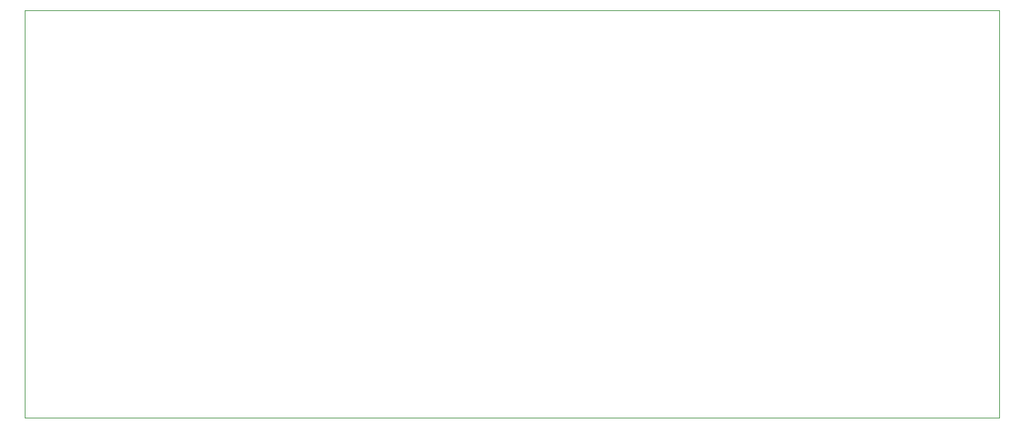
<source format=gbr>
G04 #@! TF.GenerationSoftware,KiCad,Pcbnew,6.0.4-6f826c9f35~116~ubuntu20.04.1*
G04 #@! TF.CreationDate,2022-04-08T21:02:54+02:00*
G04 #@! TF.ProjectId,numitron clock-rotated-numitrons,6e756d69-7472-46f6-9e20-636c6f636b2d,rev?*
G04 #@! TF.SameCoordinates,Original*
G04 #@! TF.FileFunction,Profile,NP*
%FSLAX46Y46*%
G04 Gerber Fmt 4.6, Leading zero omitted, Abs format (unit mm)*
G04 Created by KiCad (PCBNEW 6.0.4-6f826c9f35~116~ubuntu20.04.1) date 2022-04-08 21:02:54*
%MOMM*%
%LPD*%
G01*
G04 APERTURE LIST*
G04 #@! TA.AperFunction,Profile*
%ADD10C,0.050000*%
G04 #@! TD*
G04 APERTURE END LIST*
D10*
X100000000Y-79835000D02*
X220015000Y-79835000D01*
X220015000Y-79835000D02*
X220015000Y-130000000D01*
X220015000Y-130000000D02*
X100000000Y-130000000D01*
X100000000Y-130000000D02*
X100000000Y-79835000D01*
M02*

</source>
